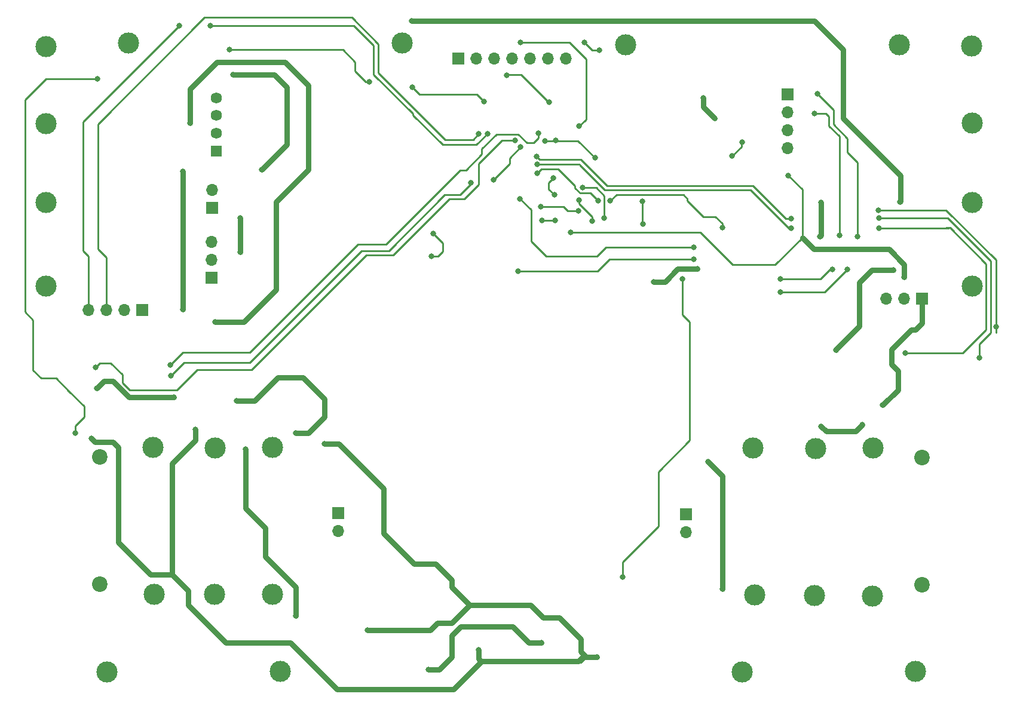
<source format=gbr>
%TF.GenerationSoftware,KiCad,Pcbnew,(5.1.6)-1*%
%TF.CreationDate,2020-09-14T15:10:24-05:00*%
%TF.ProjectId,Follower_Line_PCB_IM,466f6c6c-6f77-4657-925f-4c696e655f50,Iron Makers*%
%TF.SameCoordinates,Original*%
%TF.FileFunction,Copper,L2,Bot*%
%TF.FilePolarity,Positive*%
%FSLAX46Y46*%
G04 Gerber Fmt 4.6, Leading zero omitted, Abs format (unit mm)*
G04 Created by KiCad (PCBNEW (5.1.6)-1) date 2020-09-14 15:10:24*
%MOMM*%
%LPD*%
G01*
G04 APERTURE LIST*
%TA.AperFunction,ComponentPad*%
%ADD10C,2.200000*%
%TD*%
%TA.AperFunction,ComponentPad*%
%ADD11R,1.700000X1.700000*%
%TD*%
%TA.AperFunction,ComponentPad*%
%ADD12O,1.700000X1.700000*%
%TD*%
%TA.AperFunction,ComponentPad*%
%ADD13C,1.590000*%
%TD*%
%TA.AperFunction,ComponentPad*%
%ADD14R,1.590000X1.590000*%
%TD*%
%TA.AperFunction,ViaPad*%
%ADD15C,3.000000*%
%TD*%
%TA.AperFunction,ViaPad*%
%ADD16C,0.800000*%
%TD*%
%TA.AperFunction,Conductor*%
%ADD17C,0.800000*%
%TD*%
%TA.AperFunction,Conductor*%
%ADD18C,0.250000*%
%TD*%
G04 APERTURE END LIST*
D10*
%TO.P,     ,1*%
%TO.N,N/C*%
X195657000Y-131499600D03*
%TO.P,     ,2*%
X195657000Y-113440200D03*
%TD*%
%TO.P,     ,2*%
%TO.N,N/C*%
X79093000Y-131419800D03*
%TO.P,     ,1*%
X79093000Y-113360400D03*
%TD*%
D11*
%TO.P,ADT1,1*%
%TO.N,VT-12V*%
X95030000Y-78060000D03*
D12*
%TO.P,ADT1,2*%
%TO.N,GND*%
X95030000Y-75520000D03*
%TD*%
D11*
%TO.P,CA1,1*%
%TO.N,VBAT(6)*%
X85170000Y-92550000D03*
D12*
%TO.P,CA1,2*%
%TO.N,GND*%
X82630000Y-92550000D03*
%TO.P,CA1,3*%
%TO.N,GO*%
X80090000Y-92550000D03*
%TO.P,CA1,4*%
%TO.N,RDY*%
X77550000Y-92550000D03*
%TD*%
%TO.P,DT1,3*%
%TO.N,GND*%
X94990000Y-82920000D03*
%TO.P,DT1,2*%
%TO.N,VT-12V*%
X94990000Y-85460000D03*
D11*
%TO.P,DT1,1*%
%TO.N,PWM_ESC*%
X94990000Y-88000000D03*
%TD*%
D12*
%TO.P,IR1,3*%
%TO.N,IR*%
X190540000Y-90900000D03*
%TO.P,IR1,2*%
%TO.N,VBAT(6)*%
X193080000Y-90900000D03*
D11*
%TO.P,IR1,1*%
%TO.N,GND*%
X195620000Y-90900000D03*
%TD*%
D13*
%TO.P,LIPO_3S1,4*%
%TO.N,GND*%
X95620000Y-62480000D03*
%TO.P,LIPO_3S1,3*%
%TO.N,VIN-3.7V*%
X95620000Y-64980000D03*
%TO.P,LIPO_3S1,2*%
%TO.N,VIN-7.4V*%
X95620000Y-67480000D03*
D14*
%TO.P,LIPO_3S1,1*%
%TO.N,VIN-12V*%
X95620000Y-69980000D03*
%TD*%
D12*
%TO.P,MA1,2*%
%TO.N,Net-(DMA1-Pad7)*%
X112930000Y-123890000D03*
D11*
%TO.P,MA1,1*%
%TO.N,Net-(DMA1-Pad5)*%
X112930000Y-121350000D03*
%TD*%
%TO.P,MB1,1*%
%TO.N,Net-(DMB1-Pad5)*%
X162220000Y-121520000D03*
D12*
%TO.P,MB1,2*%
%TO.N,Net-(DMB1-Pad7)*%
X162220000Y-124060000D03*
%TD*%
%TO.P,S1,7*%
%TO.N,S2*%
X145170000Y-56930000D03*
%TO.P,S1,6*%
%TO.N,S3*%
X142630000Y-56930000D03*
%TO.P,S1,5*%
%TO.N,VBAT(6)*%
X140090000Y-56930000D03*
%TO.P,S1,4*%
%TO.N,OP*%
X137550000Y-56930000D03*
%TO.P,S1,3*%
%TO.N,GND*%
X135010000Y-56930000D03*
%TO.P,S1,2*%
%TO.N,S1*%
X132470000Y-56930000D03*
D11*
%TO.P,S1,1*%
%TO.N,S0*%
X129930000Y-56930000D03*
%TD*%
%TO.P,ST-LINKV2,1*%
%TO.N,SWCLK*%
X176600000Y-61980000D03*
D12*
%TO.P,ST-LINKV2,2*%
%TO.N,SWDIO*%
X176600000Y-64520000D03*
%TO.P,ST-LINKV2,3*%
%TO.N,GND*%
X176600000Y-67060000D03*
%TO.P,ST-LINKV2,4*%
%TO.N,VBAT(6)*%
X176600000Y-69600000D03*
%TD*%
D15*
%TO.N,*%
X95350000Y-132810000D03*
X103600000Y-132860000D03*
X86830000Y-132800000D03*
X86640000Y-112030000D03*
X95470000Y-112070000D03*
X103620000Y-112030000D03*
X180420000Y-133040000D03*
X188620000Y-133110000D03*
X171700000Y-112140000D03*
X171890000Y-132910000D03*
X188680000Y-112140000D03*
X180530000Y-112180000D03*
X80190000Y-143880000D03*
X104700000Y-143790000D03*
X170170000Y-143830000D03*
X194680000Y-143740000D03*
X121990000Y-54690000D03*
X83230000Y-54720000D03*
X192440000Y-54930000D03*
X153680000Y-54960000D03*
X202700000Y-55140000D03*
X202710000Y-66060000D03*
X202710000Y-77300000D03*
X202720000Y-89150000D03*
X71500000Y-66090000D03*
X71490000Y-55170000D03*
X71510000Y-89180000D03*
X71500000Y-77330000D03*
D16*
%TO.N,VT-12V*%
X99060000Y-84328000D03*
X99060000Y-79502000D03*
%TO.N,GND*%
X165354000Y-114046000D03*
X167386000Y-132080000D03*
X77978000Y-110744000D03*
X98044000Y-59182000D03*
X102108000Y-72644000D03*
X92710000Y-109474000D03*
X110998000Y-111506000D03*
X132842000Y-140716000D03*
X149606000Y-141732000D03*
X117094000Y-137922000D03*
X126130000Y-84960000D03*
X126400000Y-81680000D03*
X157660000Y-88530000D03*
X163830000Y-86720000D03*
X181160000Y-82090000D03*
X181300000Y-77260000D03*
X181340000Y-109040000D03*
X187160000Y-108810000D03*
X190070000Y-106020000D03*
X166250000Y-65350000D03*
X164630000Y-62510000D03*
X168740000Y-70690000D03*
X170120000Y-68770000D03*
X142830000Y-63070000D03*
X136780000Y-59250000D03*
%TO.N,AM*%
X75692000Y-109982000D03*
X117348000Y-60198000D03*
X123444000Y-60960000D03*
X133604000Y-62992000D03*
X78830000Y-59780000D03*
X97540000Y-55640000D03*
%TO.N,VBAT(6)*%
X99822000Y-112268000D03*
X106934000Y-135890000D03*
X125730000Y-143510000D03*
X141732000Y-139700000D03*
X193080000Y-87870000D03*
X147790000Y-54580000D03*
X149910000Y-55710000D03*
X143550000Y-76200000D03*
X143390000Y-73860000D03*
X143690000Y-79820000D03*
X141810000Y-79820000D03*
X145850000Y-81500000D03*
X176680000Y-73490000D03*
%TO.N,NRST*%
X155990000Y-77110000D03*
X156120000Y-80370000D03*
X161680000Y-88100000D03*
X153200000Y-130400000D03*
%TO.N,PH1*%
X148890000Y-79900000D03*
X147020000Y-76940000D03*
%TO.N,PH0*%
X150610000Y-79490000D03*
X147530000Y-75220000D03*
%TO.N,VCAP_1*%
X167330000Y-80870000D03*
X149780000Y-77080000D03*
X151440000Y-77080000D03*
X141130000Y-73150000D03*
%TO.N,VCAP_2*%
X141600000Y-77880000D03*
X146920000Y-78480000D03*
%TO.N,VIN-7.4V*%
X91948000Y-66040000D03*
X95504000Y-94234000D03*
X98552000Y-105410000D03*
X106934000Y-109982000D03*
%TO.N,VIN-12V*%
X90932000Y-92456000D03*
X90932000Y-72898000D03*
X89662000Y-104902000D03*
X78740000Y-103632000D03*
X191560000Y-86900000D03*
X183450000Y-98240000D03*
X192530000Y-77180000D03*
X123370000Y-51600000D03*
%TO.N,GO*%
X132830000Y-67590000D03*
%TO.N,RDY*%
X94760000Y-52200000D03*
X134050000Y-67570000D03*
X90430000Y-52250000D03*
%TO.N,DIR_A*%
X78530000Y-100650000D03*
X137960000Y-68480000D03*
%TO.N,DIS_A*%
X89180000Y-101830000D03*
X131710000Y-74520000D03*
X134950000Y-74070000D03*
X138770000Y-69460000D03*
%TO.N,PWM_A*%
X89150000Y-100330000D03*
X141290000Y-67470000D03*
%TO.N,PWM_B*%
X206110000Y-94880000D03*
X189480000Y-78400000D03*
X142200000Y-68550000D03*
X149290000Y-70950000D03*
X143750000Y-68520000D03*
%TO.N,DIS_B*%
X141040000Y-70780000D03*
X177080000Y-79590000D03*
X189510000Y-79520000D03*
X203760000Y-99350000D03*
%TO.N,DIR_B*%
X141090000Y-71910000D03*
X193260000Y-98620000D03*
X177080000Y-80910000D03*
X189510000Y-80900000D03*
%TO.N,SWDIO*%
X180360000Y-64660000D03*
X183910000Y-81970000D03*
X182950000Y-86800000D03*
X175530000Y-88120000D03*
X163290000Y-83610000D03*
X138670000Y-76770000D03*
%TO.N,SWCLK*%
X180780000Y-61890000D03*
X138390000Y-87020000D03*
X163300000Y-85360000D03*
X175580000Y-90000000D03*
X185080000Y-86750000D03*
X186520000Y-82100000D03*
%TO.N,OP*%
X138740000Y-54590000D03*
X147070000Y-66500000D03*
%TD*%
D17*
%TO.N,VT-12V*%
X99060000Y-79502000D02*
X99060000Y-84328000D01*
%TO.N,GND*%
X181340000Y-109040000D02*
X182050000Y-109750000D01*
X186220000Y-109750000D02*
X187160000Y-108810000D01*
X182050000Y-109750000D02*
X186220000Y-109750000D01*
D18*
X168740000Y-70690000D02*
X170030000Y-69400000D01*
X170030000Y-68860000D02*
X170120000Y-68770000D01*
X170030000Y-69400000D02*
X170030000Y-68860000D01*
X142700000Y-63070000D02*
X142830000Y-63070000D01*
X138820000Y-59190000D02*
X142700000Y-63070000D01*
X136780000Y-59250000D02*
X136840000Y-59190000D01*
X136840000Y-59190000D02*
X138820000Y-59190000D01*
D17*
X164630000Y-63730000D02*
X166250000Y-65350000D01*
X164630000Y-62510000D02*
X164630000Y-63730000D01*
X195620000Y-94390000D02*
X195620000Y-90900000D01*
X194700000Y-95310000D02*
X195620000Y-94390000D01*
X194120000Y-95310000D02*
X194700000Y-95310000D01*
X192210000Y-103880000D02*
X192210000Y-101180000D01*
X191290000Y-100260000D02*
X191290000Y-98140000D01*
X190070000Y-106020000D02*
X192210000Y-103880000D01*
X192210000Y-101180000D02*
X191290000Y-100260000D01*
X191290000Y-98140000D02*
X194120000Y-95310000D01*
X181300000Y-81950000D02*
X181160000Y-82090000D01*
X181300000Y-77260000D02*
X181300000Y-81950000D01*
X157660000Y-88530000D02*
X159200000Y-88530000D01*
X161010000Y-86720000D02*
X163830000Y-86720000D01*
X159200000Y-88530000D02*
X161010000Y-86720000D01*
D18*
X126130000Y-84960000D02*
X127030000Y-84960000D01*
X127030000Y-84960000D02*
X127750000Y-84240000D01*
X127750000Y-83030000D02*
X126400000Y-81680000D01*
X127750000Y-84240000D02*
X127750000Y-83030000D01*
D17*
X125984000Y-137922000D02*
X117094000Y-137922000D01*
X127000000Y-136906000D02*
X125984000Y-137922000D01*
X129032000Y-136906000D02*
X127000000Y-136906000D01*
X131572000Y-134366000D02*
X129032000Y-136906000D01*
X140208000Y-134366000D02*
X131572000Y-134366000D01*
X141986000Y-136144000D02*
X140208000Y-134366000D01*
X149606000Y-141732000D02*
X148082000Y-141732000D01*
X147320000Y-140970000D02*
X147320000Y-139192000D01*
X147320000Y-139192000D02*
X144272000Y-136144000D01*
X144272000Y-136144000D02*
X141986000Y-136144000D01*
D18*
X147320000Y-142494000D02*
X148082000Y-141732000D01*
X133350000Y-142494000D02*
X147320000Y-142494000D01*
D17*
X110998000Y-111506000D02*
X113030000Y-111506000D01*
X113030000Y-111506000D02*
X119380000Y-117856000D01*
X119380000Y-117856000D02*
X119380000Y-124206000D01*
X119380000Y-124206000D02*
X123698000Y-128524000D01*
X123698000Y-128524000D02*
X126746000Y-128524000D01*
X126746000Y-128524000D02*
X129032000Y-130810000D01*
X129032000Y-131826000D02*
X131572000Y-134366000D01*
X129032000Y-130810000D02*
X129032000Y-131826000D01*
X92710000Y-109474000D02*
X92710000Y-110998000D01*
X92710000Y-110998000D02*
X89408000Y-114300000D01*
X89408000Y-114300000D02*
X89408000Y-130048000D01*
X89408000Y-130048000D02*
X91694000Y-132334000D01*
X91694000Y-132334000D02*
X91694000Y-134366000D01*
X91694000Y-134366000D02*
X97028000Y-139700000D01*
X97028000Y-139700000D02*
X106172000Y-139700000D01*
X106172000Y-139700000D02*
X112776000Y-146304000D01*
X112776000Y-146304000D02*
X129286000Y-146304000D01*
X129286000Y-146304000D02*
X132842000Y-142748000D01*
X132842000Y-142748000D02*
X133223000Y-142367000D01*
D18*
X133223000Y-142367000D02*
X133350000Y-142494000D01*
D17*
X132842000Y-141986000D02*
X133223000Y-142367000D01*
X132842000Y-140716000D02*
X132842000Y-141986000D01*
X146939000Y-142367000D02*
X147828000Y-141478000D01*
X133223000Y-142367000D02*
X146939000Y-142367000D01*
X148082000Y-141732000D02*
X147828000Y-141478000D01*
X147828000Y-141478000D02*
X147320000Y-140970000D01*
X98044000Y-59182000D02*
X103886000Y-59182000D01*
X103886000Y-59182000D02*
X105664000Y-60960000D01*
X105664000Y-69088000D02*
X102108000Y-72644000D01*
X105664000Y-60960000D02*
X105664000Y-69088000D01*
X86360000Y-130048000D02*
X89408000Y-130048000D01*
X78486000Y-111252000D02*
X81026000Y-111252000D01*
X77978000Y-110744000D02*
X78486000Y-111252000D01*
X81026000Y-111252000D02*
X81788000Y-112014000D01*
X81788000Y-112014000D02*
X81788000Y-125476000D01*
X81788000Y-125476000D02*
X86360000Y-130048000D01*
X167386000Y-116078000D02*
X165354000Y-114046000D01*
X167386000Y-132080000D02*
X167386000Y-116078000D01*
D18*
%TO.N,AM*%
X74760000Y-104050000D02*
X74760000Y-104030000D01*
X74760000Y-104030000D02*
X72960000Y-102230000D01*
X72960000Y-102230000D02*
X70820000Y-102230000D01*
X69684999Y-101094999D02*
X69684999Y-93944999D01*
X70820000Y-102230000D02*
X69684999Y-101094999D01*
X69684999Y-93944999D02*
X68570000Y-92830000D01*
X68570000Y-92830000D02*
X68570000Y-62700000D01*
X68570000Y-62700000D02*
X71500000Y-59770000D01*
X76010000Y-59780000D02*
X76000000Y-59770000D01*
X71500000Y-59770000D02*
X76000000Y-59770000D01*
X78830000Y-59780000D02*
X76010000Y-59780000D01*
X76000000Y-59770000D02*
X76680000Y-59770000D01*
X97540000Y-55640000D02*
X113552000Y-55640000D01*
X113552000Y-55640000D02*
X115316000Y-57404000D01*
X115316000Y-57404000D02*
X115316000Y-58674000D01*
X116840000Y-60198000D02*
X117348000Y-60198000D01*
X115316000Y-58674000D02*
X116840000Y-60198000D01*
X123444000Y-60960000D02*
X124460000Y-61976000D01*
X132588000Y-61976000D02*
X133604000Y-62992000D01*
X124460000Y-61976000D02*
X132588000Y-61976000D01*
X76922000Y-107736000D02*
X76922000Y-106212000D01*
X75692000Y-108966000D02*
X76922000Y-107736000D01*
X75692000Y-109982000D02*
X75692000Y-108966000D01*
X76922000Y-106212000D02*
X74760000Y-104050000D01*
%TO.N,VBAT(6)*%
X143550000Y-76200000D02*
X142750000Y-75400000D01*
X142750000Y-74500000D02*
X143390000Y-73860000D01*
X142750000Y-75400000D02*
X142750000Y-74500000D01*
X141810000Y-79820000D02*
X143690000Y-79820000D01*
X148920000Y-55710000D02*
X147790000Y-54580000D01*
X149910000Y-55710000D02*
X148920000Y-55710000D01*
X178660000Y-75470000D02*
X176680000Y-73490000D01*
X178660000Y-82280000D02*
X178660000Y-75470000D01*
D17*
X193080000Y-87870000D02*
X193080000Y-86080000D01*
X193080000Y-86080000D02*
X190940000Y-83940000D01*
X180320000Y-83940000D02*
X178660000Y-82280000D01*
X190940000Y-83940000D02*
X180320000Y-83940000D01*
D18*
X168795000Y-86105000D02*
X174835000Y-86105000D01*
X145850000Y-81500000D02*
X164190000Y-81500000D01*
X164190000Y-81500000D02*
X168795000Y-86105000D01*
X174835000Y-86105000D02*
X178660000Y-82280000D01*
D17*
X125730000Y-143510000D02*
X127254000Y-143510000D01*
X127254000Y-143510000D02*
X129032000Y-141732000D01*
X129032000Y-141732000D02*
X129032000Y-138684000D01*
X129032000Y-138684000D02*
X130302000Y-137414000D01*
X130302000Y-137414000D02*
X137668000Y-137414000D01*
X137668000Y-137414000D02*
X139954000Y-139700000D01*
X139954000Y-139700000D02*
X141732000Y-139700000D01*
X99822000Y-112268000D02*
X99822000Y-120650000D01*
X102591999Y-123419999D02*
X102591999Y-127483999D01*
X99822000Y-120650000D02*
X102591999Y-123419999D01*
X106934000Y-131826000D02*
X106934000Y-135890000D01*
X102591999Y-127483999D02*
X106934000Y-131826000D01*
D18*
%TO.N,NRST*%
X155990000Y-80240000D02*
X156120000Y-80370000D01*
X155990000Y-77110000D02*
X155990000Y-80240000D01*
X161680000Y-88100000D02*
X161680000Y-93200000D01*
X161680000Y-93200000D02*
X162720000Y-94240000D01*
X162720000Y-94240000D02*
X162720000Y-111020000D01*
X162720000Y-111020000D02*
X158260000Y-115480000D01*
X158260000Y-115480000D02*
X158260000Y-123170000D01*
X153200000Y-128230000D02*
X153200000Y-130400000D01*
X158260000Y-123170000D02*
X153200000Y-128230000D01*
%TO.N,PH1*%
X148910000Y-79880000D02*
X148890000Y-79900000D01*
X148860000Y-79870000D02*
X148890000Y-79900000D01*
X147020000Y-77464315D02*
X147020000Y-76940000D01*
X148890000Y-79334315D02*
X147020000Y-77464315D01*
X148890000Y-79900000D02*
X148890000Y-79334315D01*
%TO.N,PH0*%
X149470000Y-75220000D02*
X147530000Y-75220000D01*
X150610000Y-79490000D02*
X150610000Y-76360000D01*
X150610000Y-76360000D02*
X149470000Y-75220000D01*
%TO.N,VCAP_1*%
X141730000Y-72550000D02*
X144110000Y-72550000D01*
X141130000Y-73150000D02*
X141730000Y-72550000D01*
X144110000Y-72550000D02*
X146470000Y-74910000D01*
X162400000Y-77080000D02*
X164620000Y-79300000D01*
X164620000Y-79300000D02*
X166350000Y-79300000D01*
X167330000Y-80280000D02*
X167330000Y-80870000D01*
X166350000Y-79300000D02*
X167330000Y-80280000D01*
X149780000Y-77080000D02*
X148660000Y-75960000D01*
X146470000Y-75233002D02*
X146470000Y-75140000D01*
X148660000Y-75960000D02*
X147196998Y-75960000D01*
X146470000Y-74910000D02*
X146470000Y-75140000D01*
X147196998Y-75960000D02*
X146470000Y-75233002D01*
X151440000Y-77080000D02*
X152330000Y-76190000D01*
X152330000Y-76190000D02*
X161830000Y-76190000D01*
X162400000Y-76760000D02*
X162400000Y-77080000D01*
X161830000Y-76190000D02*
X162400000Y-76760000D01*
%TO.N,VCAP_2*%
X146830000Y-78390000D02*
X146920000Y-78480000D01*
X146920000Y-78480000D02*
X145400000Y-78480000D01*
X144800000Y-77880000D02*
X141600000Y-77880000D01*
X145400000Y-78480000D02*
X144800000Y-77880000D01*
D17*
%TO.N,VIN-7.4V*%
X98552000Y-105410000D02*
X101092000Y-105410000D01*
X101092000Y-105410000D02*
X104394000Y-102108000D01*
X104394000Y-102108000D02*
X107950000Y-102108000D01*
X107950000Y-102108000D02*
X110998000Y-105156000D01*
X110998000Y-105156000D02*
X110998000Y-107696000D01*
X108712000Y-109982000D02*
X106934000Y-109982000D01*
X110998000Y-107696000D02*
X108712000Y-109982000D01*
X91948000Y-61214000D02*
X91948000Y-66040000D01*
X95758000Y-57404000D02*
X91948000Y-61214000D01*
X105410000Y-57404000D02*
X95758000Y-57404000D01*
X108712000Y-60706000D02*
X105410000Y-57404000D01*
X99568000Y-94234000D02*
X104140000Y-89662000D01*
X104140000Y-77216000D02*
X108712000Y-72644000D01*
X95504000Y-94234000D02*
X99568000Y-94234000D01*
X104140000Y-89662000D02*
X104140000Y-77216000D01*
X108712000Y-72644000D02*
X108712000Y-60706000D01*
%TO.N,VIN-12V*%
X123370000Y-51600000D02*
X180430000Y-51600000D01*
X180430000Y-51600000D02*
X184460000Y-55630000D01*
X184460000Y-55630000D02*
X184460000Y-65370000D01*
X184460000Y-65370000D02*
X192560000Y-73470000D01*
X192560000Y-77150000D02*
X192530000Y-77180000D01*
X192560000Y-73470000D02*
X192560000Y-77150000D01*
X191560000Y-86900000D02*
X188490000Y-86900000D01*
X188490000Y-86900000D02*
X186720000Y-88670000D01*
X186720000Y-88670000D02*
X186720000Y-94840000D01*
X183450000Y-98110000D02*
X183450000Y-98240000D01*
X186720000Y-94840000D02*
X183450000Y-98110000D01*
X79756000Y-102616000D02*
X78740000Y-103632000D01*
X81026000Y-102616000D02*
X79756000Y-102616000D01*
X89662000Y-104902000D02*
X83312000Y-104902000D01*
X83312000Y-104902000D02*
X81026000Y-102616000D01*
X90932000Y-92456000D02*
X90932000Y-75184000D01*
X90932000Y-72898000D02*
X90932000Y-75184000D01*
D18*
%TO.N,GO*%
X132830000Y-67590000D02*
X132040000Y-68380000D01*
X132040000Y-68380000D02*
X128110000Y-68380000D01*
X128110000Y-68380000D02*
X118620000Y-58890000D01*
X118620000Y-58890000D02*
X118620000Y-54890000D01*
X118620000Y-54890000D02*
X114820000Y-51090000D01*
X114820000Y-51090000D02*
X93930000Y-51090000D01*
X93930000Y-51090000D02*
X78850000Y-66170000D01*
X78850000Y-66170000D02*
X78850000Y-83880000D01*
X80090000Y-85120000D02*
X80090000Y-92550000D01*
X78850000Y-83880000D02*
X80090000Y-85120000D01*
%TO.N,RDY*%
X134050000Y-67570000D02*
X132490000Y-69130000D01*
X132490000Y-69130000D02*
X127700000Y-69130000D01*
X123500000Y-64930000D02*
X123500000Y-64720000D01*
X127700000Y-69130000D02*
X123500000Y-64930000D01*
X123500000Y-64720000D02*
X117940000Y-59160000D01*
X117940000Y-59160000D02*
X117940000Y-55060000D01*
X117940000Y-55060000D02*
X115080000Y-52200000D01*
X98830000Y-52200000D02*
X94760000Y-52200000D01*
X98830000Y-52200000D02*
X98640000Y-52200000D01*
X115080000Y-52200000D02*
X98830000Y-52200000D01*
X90430000Y-52250000D02*
X76770000Y-65910000D01*
X76770000Y-65910000D02*
X76770000Y-84130000D01*
X77550000Y-84910000D02*
X77550000Y-92550000D01*
X76770000Y-84130000D02*
X77550000Y-84910000D01*
%TO.N,DIR_A*%
X136140000Y-68480000D02*
X137960000Y-68480000D01*
X132830000Y-71790000D02*
X134490000Y-70130000D01*
X132830000Y-74720000D02*
X132830000Y-71790000D01*
X78530000Y-100650000D02*
X79140000Y-100040000D01*
X79140000Y-100040000D02*
X80680000Y-100040000D01*
X134390000Y-70230000D02*
X134490000Y-70130000D01*
X80680000Y-100040000D02*
X82340000Y-101700000D01*
X116930000Y-84770000D02*
X120680000Y-84770000D01*
X134490000Y-70130000D02*
X136140000Y-68480000D01*
X82340000Y-101700000D02*
X82340000Y-102850000D01*
X82340000Y-102850000D02*
X83390000Y-103900000D01*
X130750000Y-76800000D02*
X132830000Y-74720000D01*
X83390000Y-103900000D02*
X90060000Y-103900000D01*
X128650000Y-76800000D02*
X130750000Y-76800000D01*
X90060000Y-103900000D02*
X92930000Y-101030000D01*
X120680000Y-84770000D02*
X128650000Y-76800000D01*
X92930000Y-101030000D02*
X100670000Y-101030000D01*
X100670000Y-101030000D02*
X116930000Y-84770000D01*
%TO.N,DIS_A*%
X89180000Y-101830000D02*
X91030000Y-99980000D01*
X91030000Y-99980000D02*
X100360000Y-99980000D01*
X100360000Y-99980000D02*
X116200000Y-84140000D01*
X116200000Y-84140000D02*
X120080000Y-84140000D01*
X120080000Y-84140000D02*
X128020000Y-76200000D01*
X128020000Y-76200000D02*
X130190000Y-76200000D01*
X131710000Y-74680000D02*
X131710000Y-74520000D01*
X130190000Y-76200000D02*
X131710000Y-74680000D01*
X134950000Y-74070000D02*
X136080000Y-72940000D01*
X136080000Y-72940000D02*
X136080000Y-72900000D01*
X136080000Y-72900000D02*
X137190000Y-71790000D01*
X137190000Y-71040000D02*
X138770000Y-69460000D01*
X137190000Y-71790000D02*
X137190000Y-71040000D01*
%TO.N,PWM_A*%
X89150000Y-100330000D02*
X90900000Y-98580000D01*
X90900000Y-98580000D02*
X100370000Y-98580000D01*
X100370000Y-98580000D02*
X115740000Y-83210000D01*
X115740000Y-83210000D02*
X119690000Y-83210000D01*
X119690000Y-83210000D02*
X130200000Y-72700000D01*
X130200000Y-72700000D02*
X131010000Y-72700000D01*
X131010000Y-72700000D02*
X133260000Y-70450000D01*
X133260000Y-70450000D02*
X133260000Y-69700000D01*
X133260000Y-69700000D02*
X135330000Y-67630000D01*
X135330000Y-67630000D02*
X138430000Y-67630000D01*
X138430000Y-67630000D02*
X139630000Y-68830000D01*
X139630000Y-68830000D02*
X140620000Y-68830000D01*
X141290000Y-68160000D02*
X141290000Y-67470000D01*
X140620000Y-68830000D02*
X141290000Y-68160000D01*
%TO.N,PWM_B*%
X146890000Y-68550000D02*
X149290000Y-70950000D01*
X142200000Y-68550000D02*
X146890000Y-68550000D01*
X206110000Y-86280000D02*
X206110000Y-85460000D01*
X206110000Y-86280000D02*
X206110000Y-95780000D01*
X206110000Y-86150000D02*
X206110000Y-86280000D01*
X189230000Y-78380000D02*
X198510000Y-78380000D01*
X199030000Y-78380000D02*
X198510000Y-78380000D01*
X206110000Y-85460000D02*
X199030000Y-78380000D01*
X198510000Y-78380000D02*
X199010000Y-78380000D01*
%TO.N,DIS_B*%
X171640000Y-74900000D02*
X151000000Y-74900000D01*
X151000000Y-74900000D02*
X147299999Y-71199999D01*
X176330000Y-79590000D02*
X175885000Y-79145000D01*
X177080000Y-79590000D02*
X176330000Y-79590000D01*
X175990000Y-79250000D02*
X175885000Y-79145000D01*
X175885000Y-79145000D02*
X171640000Y-74900000D01*
X189490000Y-79510000D02*
X198740000Y-79510000D01*
X198740000Y-79510000D02*
X199010000Y-79510000D01*
X203770000Y-99340000D02*
X203760000Y-99350000D01*
X198740000Y-79510000D02*
X199240000Y-79510000D01*
X199240000Y-79510000D02*
X205350000Y-85620000D01*
X205350000Y-85620000D02*
X205350000Y-95750000D01*
X205350000Y-95750000D02*
X203770000Y-97330000D01*
X203770000Y-97330000D02*
X203770000Y-99340000D01*
X141439999Y-71179999D02*
X144009999Y-71179999D01*
X141040000Y-70780000D02*
X141439999Y-71179999D01*
X144029999Y-71199999D02*
X147299999Y-71199999D01*
X144009999Y-71179999D02*
X144029999Y-71199999D01*
%TO.N,DIR_B*%
X141090000Y-71910000D02*
X147080000Y-71910000D01*
X147080000Y-71910000D02*
X147080000Y-71950000D01*
X147080000Y-71950000D02*
X150670000Y-75540000D01*
X150670000Y-75540000D02*
X171360000Y-75540000D01*
X201430000Y-98620000D02*
X202920000Y-97130000D01*
X193260000Y-98620000D02*
X201430000Y-98620000D01*
X202920000Y-97130000D02*
X202740000Y-97310000D01*
X176730000Y-80910000D02*
X173510000Y-77690000D01*
X177080000Y-80910000D02*
X176730000Y-80910000D01*
X171360000Y-75540000D02*
X173510000Y-77690000D01*
X173510000Y-77690000D02*
X173620000Y-77800000D01*
X202920000Y-97130000D02*
X204720000Y-95330000D01*
X204720000Y-86000000D02*
X199610000Y-80890000D01*
X204720000Y-95330000D02*
X204720000Y-86000000D01*
X189510000Y-80900000D02*
X199400000Y-80900000D01*
X199610000Y-80890000D02*
X199410000Y-80890000D01*
X199400000Y-80900000D02*
X199410000Y-80890000D01*
X199410000Y-80890000D02*
X199010000Y-80890000D01*
%TO.N,SWDIO*%
X150870000Y-83610000D02*
X163290000Y-83610000D01*
X149580000Y-84900000D02*
X150870000Y-83610000D01*
X175530000Y-88120000D02*
X181260000Y-88120000D01*
X182580000Y-86800000D02*
X182950000Y-86800000D01*
X181260000Y-88120000D02*
X182580000Y-86800000D01*
X182440000Y-66440000D02*
X182440000Y-65100000D01*
X182000000Y-64660000D02*
X180360000Y-64660000D01*
X183910000Y-81970000D02*
X183910000Y-67910000D01*
X182440000Y-65100000D02*
X182000000Y-64660000D01*
X183910000Y-67910000D02*
X182440000Y-66440000D01*
X138670000Y-76770000D02*
X140250000Y-78350000D01*
X140250000Y-78350000D02*
X140250000Y-82790000D01*
X140250000Y-82790000D02*
X142360000Y-84900000D01*
X142350000Y-84900000D02*
X142360000Y-84900000D01*
X142360000Y-84900000D02*
X149580000Y-84900000D01*
%TO.N,SWCLK*%
X138390000Y-87020000D02*
X149690000Y-87020000D01*
X149690000Y-87020000D02*
X151350000Y-85360000D01*
X185070000Y-68200000D02*
X183070000Y-66200000D01*
X183070000Y-64180000D02*
X180780000Y-61890000D01*
X183070000Y-66200000D02*
X183070000Y-64180000D01*
X163300000Y-85360000D02*
X151350000Y-85360000D01*
X181830000Y-90000000D02*
X185080000Y-86750000D01*
X175580000Y-90000000D02*
X181830000Y-90000000D01*
X186520000Y-82100000D02*
X186520000Y-71660000D01*
X185070000Y-70210000D02*
X185070000Y-68200000D01*
X186520000Y-71660000D02*
X185070000Y-70210000D01*
%TO.N,OP*%
X148050000Y-56990000D02*
X148050000Y-65520000D01*
X148050000Y-65520000D02*
X147860000Y-65710000D01*
X138740000Y-54590000D02*
X145650000Y-54590000D01*
X147860000Y-65710000D02*
X147070000Y-66500000D01*
X145650000Y-54590000D02*
X148050000Y-56990000D01*
%TD*%
M02*

</source>
